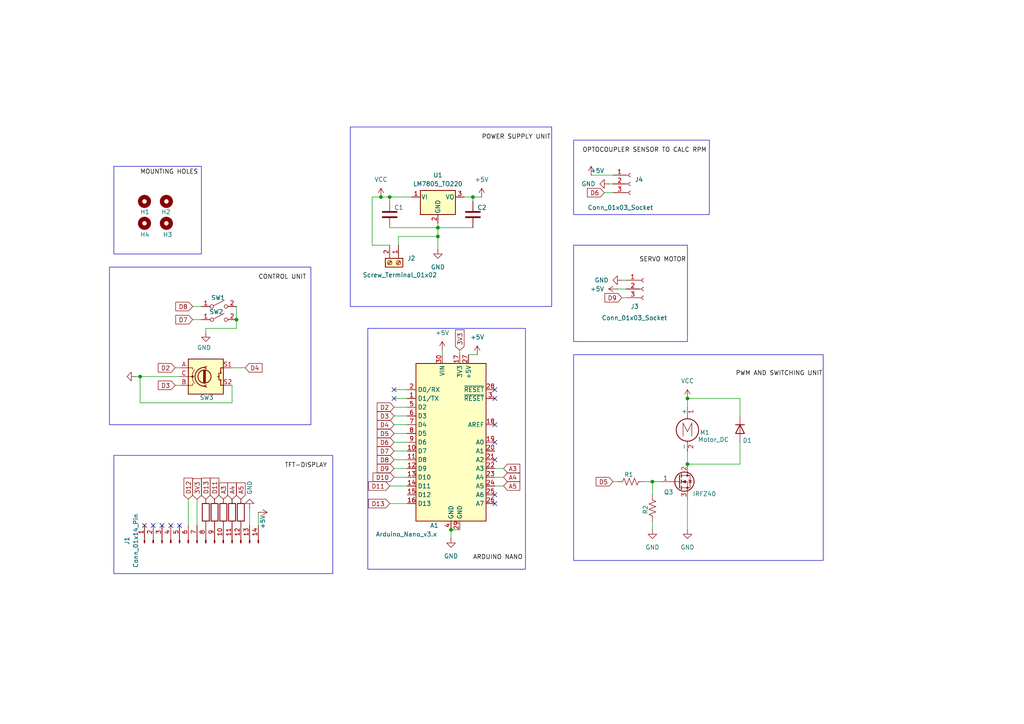
<source format=kicad_sch>
(kicad_sch (version 20231120) (generator "eeschema") (generator_version "8.0")
  (paper "A4")
  (title_block (title "COIL WINDING MACHINE") (date "2025-05-26") (company "JAYAVARDHAN SINGH"))
  (lib_symbols
    (symbol "Connector:Conn_01x03_Socket" (pin_names (offset 1.016) hide)
      (property "Reference" "J" (at 0 5.08 0))
      (property "Value" "Conn_01x03_Socket" (at 0 -5.08 0))
      (symbol "Conn_01x03_Socket_1_1"
        (arc (start 0 -2.032) (mid -0.5058 -2.54) (end 0 -3.048) (stroke (width 0.1524)))
        (polyline (pts (xy -1.27 -2.54) (xy -0.508 -2.54)) (stroke (width 0.1524)))
        (polyline (pts (xy -1.27 0) (xy -0.508 0)) (stroke (width 0.1524)))
        (polyline (pts (xy -1.27 2.54) (xy -0.508 2.54)) (stroke (width 0.1524)))
        (arc (start 0 0.508) (mid -0.5058 0) (end 0 -0.508) (stroke (width 0.1524)))
        (arc (start 0 3.048) (mid -0.5058 2.54) (end 0 2.032) (stroke (width 0.1524)))
        (pin passive line (at -5.08 2.54 0) (length 3.81) (name "Pin_1") (number "1"))
        (pin passive line (at -5.08 0 0) (length 3.81) (name "Pin_2") (number "2"))
        (pin passive line (at -5.08 -2.54 0) (length 3.81) (name "Pin_3") (number "3"))
      )
    )
    (symbol "Connector:Conn_01x14_Pin" (pin_names (offset 1.016) hide)
      (property "Reference" "J" (at 0 17.78 0))
      (property "Value" "Conn_01x14_Pin" (at 0 -20.32 0))
      (symbol "Conn_01x14_Pin_1_1"
        (polyline (pts (xy 1.27 -17.78) (xy 0.8636 -17.78)) (stroke (width 0.1524)))
        (polyline (pts (xy 1.27 -15.24) (xy 0.8636 -15.24)) (stroke (width 0.1524)))
        (polyline (pts (xy 1.27 -12.7) (xy 0.8636 -12.7)) (stroke (width 0.1524)))
        (polyline (pts (xy 1.27 -10.16) (xy 0.8636 -10.16)) (stroke (width 0.1524)))
        (polyline (pts (xy 1.27 -7.62) (xy 0.8636 -7.62)) (stroke (width 0.1524)))
        (polyline (pts (xy 1.27 -5.08) (xy 0.8636 -5.08)) (stroke (width 0.1524)))
        (polyline (pts (xy 1.27 -2.54) (xy 0.8636 -2.54)) (stroke (width 0.1524)))
        (polyline (pts (xy 1.27 0) (xy 0.8636 0)) (stroke (width 0.1524)))
        (polyline (pts (xy 1.27 2.54) (xy 0.8636 2.54)) (stroke (width 0.1524)))
        (polyline (pts (xy 1.27 5.08) (xy 0.8636 5.08)) (stroke (width 0.1524)))
        (polyline (pts (xy 1.27 7.62) (xy 0.8636 7.62)) (stroke (width 0.1524)))
        (polyline (pts (xy 1.27 10.16) (xy 0.8636 10.16)) (stroke (width 0.1524)))
        (polyline (pts (xy 1.27 12.7) (xy 0.8636 12.7)) (stroke (width 0.1524)))
        (polyline (pts (xy 1.27 15.24) (xy 0.8636 15.24)) (stroke (width 0.1524)))
        (rectangle (start 0.8636 -17.653) (end 0 -17.907) (stroke (width 0.1524)) (fill (type outline)))
        (rectangle (start 0.8636 -15.113) (end 0 -15.367) (stroke (width 0.1524)) (fill (type outline)))
        (rectangle (start 0.8636 -12.573) (end 0 -12.827) (stroke (width 0.1524)) (fill (type outline)))
        (rectangle (start 0.8636 -10.033) (end 0 -10.287) (stroke (width 0.1524)) (fill (type outline)))
        (rectangle (start 0.8636 -7.493) (end 0 -7.747) (stroke (width 0.1524)) (fill (type outline)))
        (rectangle (start 0.8636 -4.953) (end 0 -5.207) (stroke (width 0.1524)) (fill (type outline)))
        (rectangle (start 0.8636 -2.413) (end 0 -2.667) (stroke (width 0.1524)) (fill (type outline)))
        (rectangle (start 0.8636 0.127) (end 0 -0.127) (stroke (width 0.1524)) (fill (type outline)))
        (rectangle (start 0.8636 2.667) (end 0 2.413) (stroke (width 0.1524)) (fill (type outline)))
        (rectangle (start 0.8636 5.207) (end 0 4.953) (stroke (width 0.1524)) (fill (type outline)))
        (rectangle (start 0.8636 7.747) (end 0 7.493) (stroke (width 0.1524)) (fill (type outline)))
        (rectangle (start 0.8636 10.287) (end 0 10.033) (stroke (width 0.1524)) (fill (type outline)))
        (rectangle (start 0.8636 12.827) (end 0 12.573) (stroke (width 0.1524)) (fill (type outline)))
        (rectangle (start 0.8636 15.367) (end 0 15.113) (stroke (width 0.1524)) (fill (type outline)))
        (pin passive line (at 5.08 15.24 180) (length 3.81) (name "Pin_1") (number "1"))
        (pin passive line (at 5.08 -7.62 180) (length 3.81) (name "Pin_10") (number "10"))
        (pin passive line (at 5.08 -10.16 180) (length 3.81) (name "Pin_11") (number "11"))
        (pin passive line (at 5.08 -12.7 180) (length 3.81) (name "Pin_12") (number "12"))
        (pin passive line (at 5.08 -15.24 180) (length 3.81) (name "Pin_13") (number "13"))
        (pin passive line (at 5.08 -17.78 180) (length 3.81) (name "Pin_14") (number "14"))
        (pin passive line (at 5.08 12.7 180) (length 3.81) (name "Pin_2") (number "2"))
        (pin passive line (at 5.08 10.16 180) (length 3.81) (name "Pin_3") (number "3"))
        (pin passive line (at 5.08 7.62 180) (length 3.81) (name "Pin_4") (number "4"))
        (pin passive line (at 5.08 5.08 180) (length 3.81) (name "Pin_5") (number "5"))
        (pin passive line (at 5.08 2.54 180) (length 3.81) (name "Pin_6") (number "6"))
        (pin passive line (at 5.08 0 180) (length 3.81) (name "Pin_7") (number "7"))
        (pin passive line (at 5.08 -2.54 180) (length 3.81) (name "Pin_8") (number "8"))
        (pin passive line (at 5.08 -5.08 180) (length 3.81) (name "Pin_9") (number "9"))
      )
    )
    (symbol "Connector:Screw_Terminal_01x02" (pin_names (offset 1.016) hide)
      (property "Reference" "J" (at 0 2.54 0))
      (property "Value" "Screw_Terminal_01x02" (at 0 -5.08 0))
      (symbol "Screw_Terminal_01x02_1_1"
        (rectangle (start -1.27 1.27) (end 1.27 -3.81) (stroke (width 0.254)) (fill (type background)))
        (circle (center 0 -2.54) (radius 0.635) (stroke (width 0.1524)))
        (polyline (pts (xy -0.5334 -2.2098) (xy 0.3302 -3.048)) (stroke (width 0.1524)))
        (polyline (pts (xy -0.5334 0.3302) (xy 0.3302 -0.508)) (stroke (width 0.1524)))
        (polyline (pts (xy -0.3556 -2.032) (xy 0.508 -2.8702)) (stroke (width 0.1524)))
        (polyline (pts (xy -0.3556 0.508) (xy 0.508 -0.3302)) (stroke (width 0.1524)))
        (circle (center 0 0) (radius 0.635) (stroke (width 0.1524)))
        (pin passive line (at -5.08 0 0) (length 3.81) (name "Pin_1") (number "1"))
        (pin passive line (at -5.08 -2.54 0) (length 3.81) (name "Pin_2") (number "2"))
      )
    )
    (symbol "Device:C" (pin_numbers hide) (pin_names (offset 0.254))
      (property "Reference" "C" (at 0.635 2.54 0))
      (property "Value" "C" (at 0.635 -2.54 0))
      (symbol "C_0_1"
        (polyline (pts (xy -2.032 -0.762) (xy 2.032 -0.762)) (stroke (width 0.508)))
        (polyline (pts (xy -2.032 0.762) (xy 2.032 0.762)) (stroke (width 0.508)))
      )
      (symbol "C_1_1"
        (pin passive line (at 0 3.81 270) (length 2.794) (name "~") (number "1"))
        (pin passive line (at 0 -3.81 90) (length 2.794) (name "~") (number "2"))
      )
    )
    (symbol "Device:D" (pin_numbers hide) (pin_names (offset 1.016) hide)
      (property "Reference" "D" (at 0 2.54 0))
      (property "Value" "D" (at 0 -2.54 0))
      (symbol "D_0_1"
        (polyline (pts (xy -1.27 1.27) (xy -1.27 -1.27)) (stroke (width 0.254)))
        (polyline (pts (xy 1.27 0) (xy -1.27 0)))
        (polyline (pts (xy 1.27 1.27) (xy 1.27 -1.27) (xy -1.27 0) (xy 1.27 1.27)) (stroke (width 0.254)))
      )
      (symbol "D_1_1"
        (pin passive line (at -3.81 0 0) (length 2.54) (name "K") (number "1"))
        (pin passive line (at 3.81 0 180) (length 2.54) (name "A") (number "2"))
      )
    )
    (symbol "Device:R" (pin_numbers hide) (pin_names (offset 0))
      (property "Reference" "R" (at 2.032 0 90))
      (property "Value" "R" (at 0 0 90))
      (symbol "R_0_1"
        (rectangle (start -1.016 -2.54) (end 1.016 2.54) (stroke (width 0.254)))
      )
      (symbol "R_1_1"
        (pin passive line (at 0 3.81 270) (length 1.27) (name "~") (number "1"))
        (pin passive line (at 0 -3.81 90) (length 1.27) (name "~") (number "2"))
      )
    )
    (symbol "Device:R_US" (pin_numbers hide) (pin_names (offset 0))
      (property "Reference" "R" (at 2.54 0 90))
      (property "Value" "R_US" (at -2.54 0 90))
      (symbol "R_US_0_1"
        (polyline (pts (xy 0 -2.286) (xy 0 -2.54)))
        (polyline (pts (xy 0 2.286) (xy 0 2.54)))
        (polyline (pts (xy 0 -0.762) (xy 1.016 -1.143) (xy 0 -1.524) (xy -1.016 -1.905) (xy 0 -2.286)))
        (polyline (pts (xy 0 0.762) (xy 1.016 0.381) (xy 0 0) (xy -1.016 -0.381) (xy 0 -0.762)))
        (polyline (pts (xy 0 2.286) (xy 1.016 1.905) (xy 0 1.524) (xy -1.016 1.143) (xy 0 0.762)))
      )
      (symbol "R_US_1_1"
        (pin passive line (at 0 3.81 270) (length 1.27) (name "~") (number "1"))
        (pin passive line (at 0 -3.81 90) (length 1.27) (name "~") (number "2"))
      )
    )
    (symbol "Device:RotaryEncoder_Switch" (pin_names (offset 0.254) hide)
      (property "Reference" "SW" (at 0 6.604 0))
      (property "Value" "RotaryEncoder_Switch" (at 0 -6.604 0))
      (symbol "RotaryEncoder_Switch_0_1"
        (rectangle (start -5.08 5.08) (end 5.08 -5.08) (stroke (width 0.254)) (fill (type background)))
        (circle (center -3.81 0) (radius 0.254) (fill (type outline)))
        (circle (center -0.381 0) (radius 1.905) (stroke (width 0.254)))
        (arc (start -0.381 2.667) (mid -3.0988 -0.0635) (end -0.381 -2.794) (stroke (width 0.254)))
        (polyline (pts (xy -0.635 -1.778) (xy -0.635 1.778)) (stroke (width 0.254)))
        (polyline (pts (xy -0.381 -1.778) (xy -0.381 1.778)) (stroke (width 0.254)))
        (polyline (pts (xy -0.127 1.778) (xy -0.127 -1.778)) (stroke (width 0.254)))
        (polyline (pts (xy 3.81 0) (xy 3.429 0)) (stroke (width 0.254)))
        (polyline (pts (xy 3.81 1.016) (xy 3.81 -1.016)) (stroke (width 0.254)))
        (polyline (pts (xy -5.08 -2.54) (xy -3.81 -2.54) (xy -3.81 -2.032)))
        (polyline (pts (xy -5.08 2.54) (xy -3.81 2.54) (xy -3.81 2.032)))
        (polyline (pts (xy 0.254 -3.048) (xy -0.508 -2.794) (xy 0.127 -2.413)) (stroke (width 0.254)))
        (polyline (pts (xy 0.254 2.921) (xy -0.508 2.667) (xy 0.127 2.286)) (stroke (width 0.254)))
        (polyline (pts (xy 5.08 -2.54) (xy 4.318 -2.54) (xy 4.318 -1.016)) (stroke (width 0.254)))
        (polyline (pts (xy 5.08 2.54) (xy 4.318 2.54) (xy 4.318 1.016)) (stroke (width 0.254)))
        (polyline (pts (xy -5.08 0) (xy -3.81 0) (xy -3.81 -1.016) (xy -3.302 -2.032)))
        (polyline (pts (xy -4.318 0) (xy -3.81 0) (xy -3.81 1.016) (xy -3.302 2.032)))
        (circle (center 4.318 -1.016) (radius 0.127) (stroke (width 0.254)))
        (circle (center 4.318 1.016) (radius 0.127) (stroke (width 0.254)))
      )
      (symbol "RotaryEncoder_Switch_1_1"
        (pin passive line (at -7.62 2.54 0) (length 2.54) (name "A") (number "A"))
        (pin passive line (at -7.62 -2.54 0) (length 2.54) (name "B") (number "B"))
        (pin passive line (at -7.62 0 0) (length 2.54) (name "C") (number "C"))
        (pin passive line (at 7.62 2.54 180) (length 2.54) (name "S1") (number "S1"))
        (pin passive line (at 7.62 -2.54 180) (length 2.54) (name "S2") (number "S2"))
      )
    )
    (symbol "MCU_Module:Arduino_Nano_v3.x"
      (property "Reference" "A" (at -10.16 23.495 0))
      (property "Value" "Arduino_Nano_v3.x" (at 5.08 -24.13 0))
      (symbol "Arduino_Nano_v3.x_0_1"
        (rectangle (start -10.16 22.86) (end 10.16 -22.86) (stroke (width 0.254)) (fill (type background)))
      )
      (symbol "Arduino_Nano_v3.x_1_1"
        (pin bidirectional line (at -12.7 12.7 0) (length 2.54) (name "D1/TX") (number "1"))
        (pin bidirectional line (at -12.7 -2.54 0) (length 2.54) (name "D7") (number "10"))
        (pin bidirectional line (at -12.7 -5.08 0) (length 2.54) (name "D8") (number "11"))
        (pin bidirectional line (at -12.7 -7.62 0) (length 2.54) (name "D9") (number "12"))
        (pin bidirectional line (at -12.7 -10.16 0) (length 2.54) (name "D10") (number "13"))
        (pin bidirectional line (at -12.7 -12.7 0) (length 2.54) (name "D11") (number "14"))
        (pin bidirectional line (at -12.7 -15.24 0) (length 2.54) (name "D12") (number "15"))
        (pin bidirectional line (at -12.7 -17.78 0) (length 2.54) (name "D13") (number "16"))
        (pin power_out line (at 2.54 25.4 270) (length 2.54) (name "3V3") (number "17"))
        (pin input line (at 12.7 5.08 180) (length 2.54) (name "AREF") (number "18"))
        (pin bidirectional line (at 12.7 0 180) (length 2.54) (name "A0") (number "19"))
        (pin bidirectional line (at -12.7 15.24 0) (length 2.54) (name "D0/RX") (number "2"))
        (pin bidirectional line (at 12.7 -2.54 180) (length 2.54) (name "A1") (number "20"))
        (pin bidirectional line (at 12.7 -5.08 180) (length 2.54) (name "A2") (number "21"))
        (pin bidirectional line (at 12.7 -7.62 180) (length 2.54) (name "A3") (number "22"))
        (pin bidirectional line (at 12.7 -10.16 180) (length 2.54) (name "A4") (number "23"))
        (pin bidirectional line (at 12.7 -12.7 180) (length 2.54) (name "A5") (number "24"))
        (pin bidirectional line (at 12.7 -15.24 180) (length 2.54) (name "A6") (number "25"))
        (pin bidirectional line (at 12.7 -17.78 180) (length 2.54) (name "A7") (number "26"))
        (pin power_out line (at 5.08 25.4 270) (length 2.54) (name "+5V") (number "27"))
        (pin input line (at 12.7 15.24 180) (length 2.54) (name "~{RESET}") (number "28"))
        (pin power_in line (at 2.54 -25.4 90) (length 2.54) (name "GND") (number "29"))
        (pin input line (at 12.7 12.7 180) (length 2.54) (name "~{RESET}") (number "3"))
        (pin power_in line (at -2.54 25.4 270) (length 2.54) (name "VIN") (number "30"))
        (pin power_in line (at 0 -25.4 90) (length 2.54) (name "GND") (number "4"))
        (pin bidirectional line (at -12.7 10.16 0) (length 2.54) (name "D2") (number "5"))
        (pin bidirectional line (at -12.7 7.62 0) (length 2.54) (name "D3") (number "6"))
        (pin bidirectional line (at -12.7 5.08 0) (length 2.54) (name "D4") (number "7"))
        (pin bidirectional line (at -12.7 2.54 0) (length 2.54) (name "D5") (number "8"))
        (pin bidirectional line (at -12.7 0 0) (length 2.54) (name "D6") (number "9"))
      )
    )
    (symbol "Mechanical:MountingHole" (pin_names (offset 1.016)) (exclude_from_sim yes) (in_bom no)
      (property "Reference" "H" (at 0 5.08 0))
      (property "Value" "MountingHole" (at 0 3.175 0))
      (symbol "MountingHole_0_1"
        (circle (center 0 0) (radius 1.27) (stroke (width 1.27)))
      )
    )
    (symbol "Motor:Motor_DC" (pin_names (offset 0))
      (property "Reference" "M" (at 2.54 2.54 0))
      (property "Value" "Motor_DC" (at 2.54 -5.08 0))
      (symbol "Motor_DC_0_0"
        (polyline (pts (xy -1.27 -3.302) (xy -1.27 0.508) (xy 0 -2.032) (xy 1.27 0.508) (xy 1.27 -3.302)))
      )
      (symbol "Motor_DC_0_1"
        (circle (center 0 -1.524) (radius 3.2512) (stroke (width 0.254)))
        (polyline (pts (xy 0 -7.62) (xy 0 -7.112)))
        (polyline (pts (xy 0 -4.7752) (xy 0 -5.1816)))
        (polyline (pts (xy 0 1.7272) (xy 0 2.0828)))
        (polyline (pts (xy 0 2.032) (xy 0 2.54)))
      )
      (symbol "Motor_DC_1_1"
        (pin passive line (at 0 5.08 270) (length 2.54) (name "+") (number "1"))
        (pin passive line (at 0 -7.62 90) (length 2.54) (name "-") (number "2"))
      )
    )
    (symbol "Regulator_Linear:LM7805_TO220" (pin_names (offset 0.254))
      (property "Reference" "U" (at -3.81 3.175 0))
      (property "Value" "LM7805_TO220" (at 0 3.175 0))
      (symbol "LM7805_TO220_0_1"
        (rectangle (start -5.08 1.905) (end 5.08 -5.08) (stroke (width 0.254)) (fill (type background)))
      )
      (symbol "LM7805_TO220_1_1"
        (pin power_in line (at -7.62 0 0) (length 2.54) (name "VI") (number "1"))
        (pin power_in line (at 0 -7.62 90) (length 2.54) (name "GND") (number "2"))
        (pin power_out line (at 7.62 0 180) (length 2.54) (name "VO") (number "3"))
      )
    )
    (symbol "Switch:SW_SPST" (pin_names (offset 0) hide)
      (property "Reference" "SW" (at 0 3.175 0))
      (property "Value" "SW_SPST" (at 0 -2.54 0))
      (symbol "SW_SPST_0_0"
        (circle (center -2.032 0) (radius 0.508))
        (polyline (pts (xy -1.524 0.254) (xy 1.524 1.778)))
        (circle (center 2.032 0) (radius 0.508))
      )
      (symbol "SW_SPST_1_1"
        (pin passive line (at -5.08 0 0) (length 2.54) (name "A") (number "1"))
        (pin passive line (at 5.08 0 180) (length 2.54) (name "B") (number "2"))
      )
    )
    (symbol "Transistor_FET:IRLIZ44N" (pin_names hide)
      (property "Reference" "Q" (at 5.08 1.905 0))
      (property "Value" "IRLIZ44N" (at 5.08 0 0))
      (symbol "IRLIZ44N_0_1"
        (polyline (pts (xy 0.254 0) (xy -2.54 0)))
        (polyline (pts (xy 0.254 1.905) (xy 0.254 -1.905)) (stroke (width 0.254)))
        (polyline (pts (xy 0.762 -1.27) (xy 0.762 -2.286)) (stroke (width 0.254)))
        (polyline (pts (xy 0.762 0.508) (xy 0.762 -0.508)) (stroke (width 0.254)))
        (polyline (pts (xy 0.762 2.286) (xy 0.762 1.27)) (stroke (width 0.254)))
        (polyline (pts (xy 2.54 2.54) (xy 2.54 1.778)))
        (polyline (pts (xy 2.54 -2.54) (xy 2.54 0) (xy 0.762 0)))
        (polyline (pts (xy 0.762 -1.778) (xy 3.302 -1.778) (xy 3.302 1.778) (xy 0.762 1.778)))
        (polyline (pts (xy 1.016 0) (xy 2.032 0.381) (xy 2.032 -0.381) (xy 1.016 0)) (fill (type outline)))
        (polyline (pts (xy 2.794 0.508) (xy 2.921 0.381) (xy 3.683 0.381) (xy 3.81 0.254)))
        (polyline (pts (xy 3.302 0.381) (xy 2.921 -0.254) (xy 3.683 -0.254) (xy 3.302 0.381)))
        (circle (center 1.651 0) (radius 2.794) (stroke (width 0.254)))
        (circle (center 2.54 -1.778) (radius 0.254) (fill (type outline)))
        (circle (center 2.54 1.778) (radius 0.254) (fill (type outline)))
      )
      (symbol "IRLIZ44N_1_1"
        (pin input line (at -5.08 0 0) (length 2.54) (name "G") (number "1"))
        (pin passive line (at 2.54 5.08 270) (length 2.54) (name "D") (number "2"))
        (pin passive line (at 2.54 -5.08 90) (length 2.54) (name "S") (number "3"))
      )
    )
    (symbol "power:+5V" (power) (pin_numbers hide) (pin_names (offset 0) hide)
      (property "Value" "+5V" (at 0 3.556 0))
      (symbol "+5V_0_1"
        (polyline (pts (xy -0.762 1.27) (xy 0 2.54)))
        (polyline (pts (xy 0 0) (xy 0 2.54)))
        (polyline (pts (xy 0 2.54) (xy 0.762 1.27)))
      )
      (symbol "+5V_1_1"
        (pin power_in line (at 0 0 90) (length 0) (name "~") (number "1"))
      )
    )
    (symbol "power:GND" (power) (pin_numbers hide) (pin_names (offset 0) hide)
      (property "Value" "GND" (at 0 -3.81 0))
      (symbol "GND_0_1"
        (polyline (pts (xy 0 0) (xy 0 -1.27) (xy 1.27 -1.27) (xy 0 -2.54) (xy -1.27 -1.27) (xy 0 -1.27)))
      )
      (symbol "GND_1_1"
        (pin power_in line (at 0 0 270) (length 0) (name "~") (number "1"))
      )
    )
    (symbol "power:VCC" (power) (pin_numbers hide) (pin_names (offset 0) hide)
      (property "Value" "VCC" (at 0 3.556 0))
      (symbol "VCC_0_1"
        (polyline (pts (xy -0.762 1.27) (xy 0 2.54)))
        (polyline (pts (xy 0 0) (xy 0 2.54)))
        (polyline (pts (xy 0 2.54) (xy 0.762 1.27)))
      )
      (symbol "VCC_1_1"
        (pin power_in line (at 0 0 90) (length 0) (name "~") (number "1"))
      )
    )
  )
  (junction (at 137.16 57.15))
  (junction (at 199.39 115.57))
  (junction (at 130.81 153.67))
  (junction (at 68.58 92.71))
  (junction (at 40.64 109.22))
  (junction (at 113.03 57.15))
  (junction (at 110.49 57.15))
  (junction (at 127 68.58))
  (junction (at 127 66.04))
  (junction (at 199.39 134.62))
  (junction (at 189.23 139.7))
  (no_connect (at 143.51 128.27))
  (no_connect (at 49.53 152.4))
  (no_connect (at 143.51 143.51))
  (no_connect (at 143.51 133.35))
  (no_connect (at 41.91 152.4))
  (no_connect (at 143.51 115.57))
  (no_connect (at 114.3 113.03))
  (no_connect (at 44.45 152.4))
  (no_connect (at 143.51 146.05))
  (no_connect (at 46.99 152.4))
  (no_connect (at 143.51 113.03))
  (no_connect (at 114.3 115.57))
  (no_connect (at 52.07 152.4))
  (no_connect (at 143.51 123.19))
  (wire (pts (xy 143.51 138.43) (xy 146.05 138.43)))
  (wire (pts (xy 186.69 139.7) (xy 189.23 139.7)))
  (wire (pts (xy 189.23 143.51) (xy 189.23 139.7)))
  (wire (pts (xy 175.26 55.88) (xy 177.8 55.88)))
  (wire (pts (xy 50.8 106.68) (xy 52.07 106.68)))
  (wire (pts (xy 114.3 123.19) (xy 118.11 123.19)))
  (wire (pts (xy 115.57 68.58) (xy 115.57 71.12)))
  (wire (pts (xy 127 66.04) (xy 137.16 66.04)))
  (wire (pts (xy 199.39 144.78) (xy 199.39 153.67)))
  (wire (pts (xy 57.15 144.78) (xy 57.15 152.4)))
  (wire (pts (xy 180.34 86.36) (xy 181.61 86.36)))
  (wire (pts (xy 114.3 118.11) (xy 118.11 118.11)))
  (wire (pts (xy 114.3 135.89) (xy 118.11 135.89)))
  (wire (pts (xy 137.16 57.15) (xy 137.16 58.42)))
  (wire (pts (xy 68.58 92.71) (xy 68.58 95.25)))
  (wire (pts (xy 68.58 88.9) (xy 68.58 92.71)))
  (wire (pts (xy 127 64.77) (xy 127 66.04)))
  (wire (pts (xy 199.39 115.57) (xy 199.39 118.11)))
  (wire (pts (xy 113.03 66.04) (xy 127 66.04)))
  (wire (pts (xy 189.23 139.7) (xy 191.77 139.7)))
  (wire (pts (xy 143.51 135.89) (xy 146.05 135.89)))
  (wire (pts (xy 130.81 153.67) (xy 133.35 153.67)))
  (wire (pts (xy 143.51 140.97) (xy 146.05 140.97)))
  (wire (pts (xy 113.03 57.15) (xy 113.03 58.42)))
  (wire (pts (xy 115.57 68.58) (xy 127 68.58)))
  (wire (pts (xy 180.34 81.28) (xy 181.61 81.28)))
  (wire (pts (xy 55.88 92.71) (xy 58.42 92.71)))
  (wire (pts (xy 114.3 128.27) (xy 118.11 128.27)))
  (wire (pts (xy 39.37 109.22) (xy 40.64 109.22)))
  (wire (pts (xy 189.23 151.13) (xy 189.23 153.67)))
  (wire (pts (xy 171.45 50.8) (xy 177.8 50.8)))
  (wire (pts (xy 114.3 125.73) (xy 118.11 125.73)))
  (wire (pts (xy 72.39 152.4) (xy 72.39 147.32)))
  (wire (pts (xy 199.39 115.57) (xy 214.63 115.57)))
  (wire (pts (xy 130.81 153.67) (xy 130.81 156.21)))
  (wire (pts (xy 113.03 57.15) (xy 119.38 57.15)))
  (wire (pts (xy 135.89 102.87) (xy 138.43 102.87)))
  (wire (pts (xy 199.39 130.81) (xy 199.39 134.62)))
  (wire (pts (xy 199.39 134.62) (xy 214.63 134.62)))
  (wire (pts (xy 127 66.04) (xy 127 68.58)))
  (wire (pts (xy 59.69 95.25) (xy 59.69 96.52)))
  (wire (pts (xy 40.64 116.84) (xy 67.31 116.84)))
  (wire (pts (xy 177.8 139.7) (xy 179.07 139.7)))
  (wire (pts (xy 107.95 71.12) (xy 113.03 71.12)))
  (wire (pts (xy 114.3 120.65) (xy 118.11 120.65)))
  (wire (pts (xy 179.07 83.82) (xy 181.61 83.82)))
  (wire (pts (xy 40.64 109.22) (xy 40.64 116.84)))
  (wire (pts (xy 176.53 53.34) (xy 177.8 53.34)))
  (wire (pts (xy 134.62 57.15) (xy 137.16 57.15)))
  (wire (pts (xy 113.03 140.97) (xy 118.11 140.97)))
  (wire (pts (xy 214.63 134.62) (xy 214.63 128.27)))
  (wire (pts (xy 74.93 152.4) (xy 74.93 148.59)))
  (wire (pts (xy 54.61 144.78) (xy 54.61 152.4)))
  (wire (pts (xy 133.35 101.6) (xy 133.35 102.87)))
  (wire (pts (xy 114.3 113.03) (xy 118.11 113.03)))
  (wire (pts (xy 137.16 57.15) (xy 139.7 57.15)))
  (wire (pts (xy 71.12 106.68) (xy 67.31 106.68)))
  (wire (pts (xy 40.64 109.22) (xy 52.07 109.22)))
  (wire (pts (xy 107.95 57.15) (xy 110.49 57.15)))
  (wire (pts (xy 128.27 101.6) (xy 128.27 102.87)))
  (wire (pts (xy 127 68.58) (xy 127 72.39)))
  (wire (pts (xy 110.49 57.15) (xy 113.03 57.15)))
  (wire (pts (xy 114.3 138.43) (xy 118.11 138.43)))
  (wire (pts (xy 55.88 88.9) (xy 58.42 88.9)))
  (wire (pts (xy 50.8 111.76) (xy 52.07 111.76)))
  (wire (pts (xy 68.58 95.25) (xy 59.69 95.25)))
  (wire (pts (xy 113.03 146.05) (xy 118.11 146.05)))
  (wire (pts (xy 114.3 115.57) (xy 118.11 115.57)))
  (wire (pts (xy 214.63 115.57) (xy 214.63 120.65)))
  (wire (pts (xy 114.3 130.81) (xy 118.11 130.81)))
  (wire (pts (xy 67.31 116.84) (xy 67.31 111.76)))
  (wire (pts (xy 107.95 57.15) (xy 107.95 71.12)))
  (wire (pts (xy 114.3 133.35) (xy 118.11 133.35)))
  (rectangle (start 106.68 135.89) (end 106.68 135.89))
  (rectangle (start 31.75 77.47) (end 90.17 123.19))
  (rectangle (start 33.02 48.26) (end 58.42 73.66))
  (rectangle (start 166.37 40.64) (end 205.74 62.23))
  (rectangle (start 166.37 71.12) (end 199.39 99.06))
  (rectangle (start 101.6 36.83) (end 160.02 88.9))
  (rectangle (start 166.37 102.87) (end 238.76 162.56))
  (rectangle (start 33.02 132.08) (end 96.52 166.37))
  (rectangle (start 106.68 95.25) (end 152.4 165.1))
  (label "OPTOCOUPLER SENSOR TO CALC RPM" (at 168.91 44.45 0))
  (label "MOUNTING HOLES" (at 40.64 50.8 0))
  (label "PWM AND SWITCHING UNIT" (at 213.36 109.22 0))
  (label "POWER SUPPLY UNIT" (at 139.7 40.64 0))
  (label "SERVO MOTOR" (at 185.42 76.2 0))
  (label "TFT-DISPLAY" (at 82.55 135.89 0))
  (label "CONTROL UNIT" (at 74.93 81.28 0))
  (label "ARDUINO NANO" (at 137.16 162.56 0))
  (global_label "A3" (shape input) (at 64.77 144.78 90) (property "Intersheetrefs" "${INTERSHEET_REFS}" (effects (hide yes))))
  (global_label "D4" (shape input) (at 114.3 123.19 180) (property "Intersheetrefs" "${INTERSHEET_REFS}" (effects (hide yes))))
  (global_label "D13" (shape input) (at 59.69 144.78 90) (property "Intersheetrefs" "${INTERSHEET_REFS}" (effects (hide yes))))
  (global_label "D11" (shape input) (at 62.23 144.78 90) (property "Intersheetrefs" "${INTERSHEET_REFS}" (effects (hide yes))))
  (global_label "D7" (shape input) (at 114.3 130.81 180) (property "Intersheetrefs" "${INTERSHEET_REFS}" (effects (hide yes))))
  (global_label "D11" (shape input) (at 113.03 140.97 180) (property "Intersheetrefs" "${INTERSHEET_REFS}" (effects (hide yes))))
  (global_label "A3" (shape input) (at 146.05 135.89 0) (property "Intersheetrefs" "${INTERSHEET_REFS}" (effects (hide yes))))
  (global_label "D2" (shape input) (at 114.3 118.11 180) (property "Intersheetrefs" "${INTERSHEET_REFS}" (effects (hide yes))))
  (global_label "D9" (shape input) (at 180.34 86.36 180) (property "Intersheetrefs" "${INTERSHEET_REFS}" (effects (hide yes))))
  (global_label "D4" (shape input) (at 71.12 106.68 0) (property "Intersheetrefs" "${INTERSHEET_REFS}" (effects (hide yes))))
  (global_label "A4" (shape input) (at 146.05 138.43 0) (property "Intersheetrefs" "${INTERSHEET_REFS}" (effects (hide yes))))
  (global_label "D2" (shape input) (at 50.8 106.68 180) (property "Intersheetrefs" "${INTERSHEET_REFS}" (effects (hide yes))))
  (global_label "D8" (shape input) (at 114.3 133.35 180) (property "Intersheetrefs" "${INTERSHEET_REFS}" (effects (hide yes))))
  (global_label "A5" (shape input) (at 69.85 144.78 90) (property "Intersheetrefs" "${INTERSHEET_REFS}" (effects (hide yes))))
  (global_label "A5" (shape input) (at 146.05 140.97 0) (property "Intersheetrefs" "${INTERSHEET_REFS}" (effects (hide yes))))
  (global_label "A4" (shape input) (at 67.31 144.78 90) (property "Intersheetrefs" "${INTERSHEET_REFS}" (effects (hide yes))))
  (global_label "D13" (shape input) (at 113.03 146.05 180) (property "Intersheetrefs" "${INTERSHEET_REFS}" (effects (hide yes))))
  (global_label "D6" (shape input) (at 175.26 55.88 180) (property "Intersheetrefs" "${INTERSHEET_REFS}" (effects (hide yes))))
  (global_label "D10" (shape input) (at 114.3 138.43 180) (property "Intersheetrefs" "${INTERSHEET_REFS}" (effects (hide yes))))
  (global_label "3V3" (shape input) (at 133.35 101.6 90) (property "Intersheetrefs" "${INTERSHEET_REFS}" (effects (hide yes))))
  (global_label "D7" (shape input) (at 55.88 92.71 180) (property "Intersheetrefs" "${INTERSHEET_REFS}" (effects (hide yes))))
  (global_label "D3" (shape input) (at 114.3 120.65 180) (property "Intersheetrefs" "${INTERSHEET_REFS}" (effects (hide yes))))
  (global_label "D9" (shape input) (at 114.3 135.89 180) (property "Intersheetrefs" "${INTERSHEET_REFS}" (effects (hide yes))))
  (global_label "D3" (shape input) (at 50.8 111.76 180) (property "Intersheetrefs" "${INTERSHEET_REFS}" (effects (hide yes))))
  (global_label "D5" (shape input) (at 114.3 125.73 180) (property "Intersheetrefs" "${INTERSHEET_REFS}" (effects (hide yes))))
  (global_label "3V3" (shape input) (at 57.15 144.78 90) (property "Intersheetrefs" "${INTERSHEET_REFS}" (effects (hide yes))))
  (global_label "D8" (shape input) (at 55.88 88.9 180) (property "Intersheetrefs" "${INTERSHEET_REFS}" (effects (hide yes))))
  (global_label "D12" (shape input) (at 54.61 144.78 90) (property "Intersheetrefs" "${INTERSHEET_REFS}" (effects (hide yes))))
  (global_label "D5" (shape input) (at 177.8 139.7 180) (property "Intersheetrefs" "${INTERSHEET_REFS}" (effects (hide yes))))
  (global_label "D6" (shape input) (at 114.3 128.27 180) (property "Intersheetrefs" "${INTERSHEET_REFS}" (effects (hide yes))))
  (symbol (lib_id "Device:R") (at 69.85 148.59 0) (unit 1)
    (property "Reference" "R9" (effects (hide yes)))
    (property "Value" "R" (effects (hide yes)))
    (property "Footprint" "Resistor_THT:R_Axial_DIN0207_L6.3mm_D2.5mm_P7.62mm_Horizontal" (effects (hide yes)))
    (property "Description" "Resistor" (effects (hide yes)))
  )
  (symbol (lib_id "Device:C") (at 113.03 62.23 0) (unit 1)
    (property "Reference" "C1" (at 114.3 60.198 0) (effects (justify left)))
    (property "Value" "C" (effects (hide yes)))
    (property "Footprint" "Capacitor_THT:CP_Radial_D5.0mm_P2.00mm" (effects (hide yes)))
    (property "Description" "Unpolarized capacitor" (effects (hide yes)))
  )
  (symbol (lib_id "Transistor_FET:IRLIZ44N") (at 196.85 139.7 0) (unit 1)
    (property "Reference" "Q3" (at 192.532 142.748 0) (effects (justify left)))
    (property "Value" "IRFZ40" (at 200.914 143.256 0) (effects (justify left)))
    (property "Footprint" "Package_TO_SOT_THT:TO-220F-3_Vertical" (effects (hide yes)))
    (property "Datasheet" "http://www.irf.com/product-info/datasheets/data/irliz44n.pdf" (effects (hide yes)))
    (property "Description" "30A Id, 55V Vds, 22mOhm Rds, N-Channel HEXFET Power MOSFET, TO-220AB" (effects (hide yes)))
  )
  (symbol (lib_id "Device:R") (at 59.69 148.59 0) (unit 1)
    (property "Reference" "R13" (effects (hide yes)))
    (property "Value" "R" (effects (hide yes)))
    (property "Footprint" "Resistor_THT:R_Axial_DIN0207_L6.3mm_D2.5mm_P7.62mm_Horizontal" (effects (hide yes)))
    (property "Description" "Resistor" (effects (hide yes)))
  )
  (symbol (lib_id "Device:R") (at 67.31 148.59 0) (unit 1)
    (property "Reference" "R10" (effects (hide yes)))
    (property "Value" "R" (effects (hide yes)))
    (property "Footprint" "Resistor_THT:R_Axial_DIN0207_L6.3mm_D2.5mm_P7.62mm_Horizontal" (effects (hide yes)))
    (property "Description" "Resistor" (effects (hide yes)))
  )
  (symbol (lib_id "Connector:Screw_Terminal_01x02") (at 115.57 76.2 270) (unit 1)
    (property "Reference" "J2" (at 118.11 74.9299 90) (effects (justify left)))
    (property "Value" "Screw_Terminal_01x02" (at 105.156 79.756 90) (effects (justify left)))
    (property "Footprint" "Connector_BarrelJack:BarrelJack_Horizontal" (effects (hide yes)))
    (property "Description" "Generic screw terminal, single row, 01x02, script generated (kicad-library-utils/schlib/autogen/connector/)" (effects (hide yes)))
  )
  (symbol (lib_id "power:GND") (at 72.39 147.32 180) (unit 1)
    (property "Reference" "#PWR015" (effects (hide yes)))
    (property "Value" "GND" (at 72.3899 143.51 90) (effects (justify right)))
    (property "Description" "Power symbol creates a global label with name \"GND\" , ground" (effects (hide yes)))
  )
  (symbol (lib_id "power:+5V") (at 171.45 50.8 0) (unit 1)
    (property "Reference" "#PWR012" (effects (hide yes)))
    (property "Value" "+5V" (at 173.228 49.53 0))
    (property "Description" "Power symbol creates a global label with name \"+5V\"" (effects (hide yes)))
  )
  (symbol (lib_id "Motor:Motor_DC") (at 199.39 123.19 0) (unit 1)
    (property "Reference" "M1" (at 202.946 125.476 0) (effects (justify left)))
    (property "Value" "Motor_DC" (at 202.438 127.508 0) (effects (justify left)))
    (property "Footprint" "Connector_PinHeader_2.54mm:PinHeader_1x02_P2.54mm_Vertical" (effects (hide yes)))
    (property "Description" "DC Motor" (effects (hide yes)))
  )
  (symbol (lib_id "Connector:Conn_01x14_Pin") (at 57.15 157.48 90) (unit 1)
    (property "Reference" "J1" (at 36.83 156.845 0))
    (property "Value" "Conn_01x14_Pin" (at 39.37 156.845 0))
    (property "Footprint" "Connector_PinSocket_2.54mm:PinSocket_1x14_P2.54mm_Vertical" (effects (hide yes)))
    (property "Description" "Generic connector, single row, 01x14, script generated" (effects (hide yes)))
  )
  (symbol (lib_id "Connector:Conn_01x03_Socket") (at 186.69 83.82 0) (unit 1)
    (property "Reference" "J3" (at 182.88 88.9 0) (effects (justify left)))
    (property "Value" "Conn_01x03_Socket" (at 174.498 92.202 0) (effects (justify left)))
    (property "Footprint" "Connector_PinSocket_2.54mm:PinSocket_1x03_P2.54mm_Vertical" (effects (hide yes)))
    (property "Description" "Generic connector, single row, 01x03, script generated" (effects (hide yes)))
  )
  (symbol (lib_id "power:GND") (at 180.34 81.28 270) (unit 1)
    (property "Reference" "#PWR09" (effects (hide yes)))
    (property "Value" "GND" (at 176.53 81.2799 90) (effects (justify right)))
    (property "Description" "Power symbol creates a global label with name \"GND\" , ground" (effects (hide yes)))
  )
  (symbol (lib_id "power:GND") (at 39.37 109.22 270) (unit 1)
    (property "Reference" "#PWR018" (effects (hide yes)))
    (property "Value" "GND" (effects (hide yes)))
    (property "Description" "Power symbol creates a global label with name \"GND\" , ground" (effects (hide yes)))
  )
  (symbol (lib_id "power:VCC") (at 199.39 115.57 0) (unit 1)
    (property "Reference" "#PWR02" (effects (hide yes)))
    (property "Value" "VCC" (at 199.39 110.49 0))
    (property "Description" "Power symbol creates a global label with name \"VCC\"" (effects (hide yes)))
  )
  (symbol (lib_id "power:GND") (at 130.81 156.21 0) (unit 1)
    (property "Reference" "#PWR07" (effects (hide yes)))
    (property "Value" "GND" (at 130.81 161.29 0))
    (property "Description" "Power symbol creates a global label with name \"GND\" , ground" (effects (hide yes)))
  )
  (symbol (lib_id "Connector:Conn_01x03_Socket") (at 182.88 53.34 0) (unit 1)
    (property "Reference" "J4" (at 184.15 52.0699 0) (effects (justify left)))
    (property "Value" "Conn_01x03_Socket" (at 170.434 60.198 0) (effects (justify left)))
    (property "Footprint" "Connector_PinHeader_2.54mm:PinHeader_1x03_P2.54mm_Vertical" (effects (hide yes)))
    (property "Description" "Generic connector, single row, 01x03, script generated" (effects (hide yes)))
  )
  (symbol (lib_id "Regulator_Linear:LM7805_TO220") (at 127 57.15 0) (unit 1)
    (property "Reference" "U1" (at 127 50.8 0))
    (property "Value" "LM7805_TO220" (at 127 53.34 0))
    (property "Footprint" "Package_TO_SOT_THT:TO-220-3_Vertical" (effects (hide yes)))
    (property "Datasheet" "https://www.onsemi.cn/PowerSolutions/document/MC7800-D.PDF" (effects (hide yes)))
    (property "Description" "Positive 1A 35V Linear Regulator, Fixed Output 5V, TO-220" (effects (hide yes)))
  )
  (symbol (lib_id "Mechanical:MountingHole") (at 48.26 64.77 0) (unit 1) (exclude_from_sim yes) (in_bom no)
    (property "Reference" "H3" (at 47.244 68.072 0) (effects (justify left)))
    (property "Value" "MountingHole" (effects (hide yes)))
    (property "Footprint" "MountingHole:MountingHole_4mm" (effects (hide yes)))
    (property "Description" "Mounting Hole without connection" (effects (hide yes)))
  )
  (symbol (lib_id "Mechanical:MountingHole") (at 41.91 64.77 0) (unit 1) (exclude_from_sim yes) (in_bom no)
    (property "Reference" "H4" (at 40.64 68.072 0) (effects (justify left)))
    (property "Value" "MountingHole" (effects (hide yes)))
    (property "Footprint" "MountingHole:MountingHole_4mm" (effects (hide yes)))
    (property "Description" "Mounting Hole without connection" (effects (hide yes)))
  )
  (symbol (lib_id "power:GND") (at 176.53 53.34 270) (unit 1)
    (property "Reference" "#PWR013" (effects (hide yes)))
    (property "Value" "GND" (at 172.72 53.3399 90) (effects (justify right)))
    (property "Description" "Power symbol creates a global label with name \"GND\" , ground" (effects (hide yes)))
  )
  (symbol (lib_id "power:GND") (at 199.39 153.67 0) (unit 1)
    (property "Reference" "#PWR08" (effects (hide yes)))
    (property "Value" "GND" (at 199.39 158.75 0))
    (property "Description" "Power symbol creates a global label with name \"GND\" , ground" (effects (hide yes)))
  )
  (symbol (lib_id "Device:R") (at 62.23 148.59 0) (unit 1)
    (property "Reference" "R12" (effects (hide yes)))
    (property "Value" "R" (effects (hide yes)))
    (property "Footprint" "Resistor_THT:R_Axial_DIN0207_L6.3mm_D2.5mm_P7.62mm_Horizontal" (effects (hide yes)))
    (property "Description" "Resistor" (effects (hide yes)))
  )
  (symbol (lib_id "Mechanical:MountingHole") (at 48.26 58.42 0) (unit 1) (exclude_from_sim yes) (in_bom no)
    (property "Reference" "H2" (at 46.736 61.468 0) (effects (justify left)))
    (property "Value" "MountingHole" (effects (hide yes)))
    (property "Footprint" "MountingHole:MountingHole_4mm" (effects (hide yes)))
    (property "Description" "Mounting Hole without connection" (effects (hide yes)))
  )
  (symbol (lib_id "Mechanical:MountingHole") (at 41.91 58.42 0) (unit 1) (exclude_from_sim yes) (in_bom no)
    (property "Reference" "H1" (at 40.64 61.468 0) (effects (justify left)))
    (property "Value" "MountingHole" (effects (hide yes)))
    (property "Footprint" "MountingHole:MountingHole_4mm" (effects (hide yes)))
    (property "Description" "Mounting Hole without connection" (effects (hide yes)))
  )
  (symbol (lib_id "Switch:SW_SPST") (at 63.5 92.71 0) (unit 1)
    (property "Reference" "SW2" (at 62.738 90.424 0))
    (property "Value" "SW_SPST" (effects (hide yes)))
    (property "Footprint" "Button_Switch_THT:SW_PUSH_6mm_H7.3mm" (effects (hide yes)))
    (property "Description" "Single Pole Single Throw (SPST) switch" (effects (hide yes)))
  )
  (symbol (lib_id "power:VCC") (at 110.49 57.15 0) (unit 1)
    (property "Reference" "#PWR03" (effects (hide yes)))
    (property "Value" "VCC" (at 110.49 52.07 0))
    (property "Description" "Power symbol creates a global label with name \"VCC\"" (effects (hide yes)))
  )
  (symbol (lib_id "power:GND") (at 189.23 153.67 0) (unit 1)
    (property "Reference" "#PWR011" (effects (hide yes)))
    (property "Value" "GND" (at 189.23 158.75 0))
    (property "Description" "Power symbol creates a global label with name \"GND\" , ground" (effects (hide yes)))
  )
  (symbol (lib_id "power:GND") (at 127 72.39 0) (unit 1)
    (property "Reference" "#PWR05" (effects (hide yes)))
    (property "Value" "GND" (at 127 77.47 0))
    (property "Description" "Power symbol creates a global label with name \"GND\" , ground" (effects (hide yes)))
  )
  (symbol (lib_id "Device:R") (at 64.77 148.59 0) (unit 1)
    (property "Reference" "R11" (effects (hide yes)))
    (property "Value" "R" (effects (hide yes)))
    (property "Footprint" "Resistor_THT:R_Axial_DIN0207_L6.3mm_D2.5mm_P7.62mm_Horizontal" (effects (hide yes)))
    (property "Description" "Resistor" (effects (hide yes)))
  )
  (symbol (lib_id "MCU_Module:Arduino_Nano_v3.x") (at 130.81 128.27 0) (unit 1)
    (property "Reference" "A1" (at 124.714 152.4 0) (effects (justify left)))
    (property "Value" "Arduino_Nano_v3.x" (at 108.966 154.94 0) (effects (justify left)))
    (property "Footprint" "Module:Arduino_Nano" (effects (hide yes)))
    (property "Datasheet" "http://www.mouser.com/pdfdocs/Gravitech_Arduino_Nano3_0.pdf" (effects (hide yes)))
    (property "Description" "Arduino Nano v3.x" (effects (hide yes)))
  )
  (symbol (lib_id "Device:R_US") (at 182.88 139.7 90) (unit 1)
    (property "Reference" "R1" (at 182.372 137.668 90))
    (property "Value" "220" (effects (hide yes)))
    (property "Footprint" "Resistor_THT:R_Axial_DIN0207_L6.3mm_D2.5mm_P7.62mm_Horizontal" (effects (hide yes)))
    (property "Description" "Resistor, US symbol" (effects (hide yes)))
  )
  (symbol (lib_id "power:+5V") (at 179.07 83.82 90) (unit 1)
    (property "Reference" "#PWR010" (effects (hide yes)))
    (property "Value" "+5V" (at 175.26 83.8199 90) (effects (justify left)))
    (property "Description" "Power symbol creates a global label with name \"+5V\"" (effects (hide yes)))
  )
  (symbol (lib_id "Device:D") (at 214.63 124.46 270) (unit 1)
    (property "Reference" "D1" (at 215.392 127.762 90) (effects (justify left)))
    (property "Value" "D" (effects (hide yes)))
    (property "Footprint" "Diode_THT:D_DO-41_SOD81_P12.70mm_Horizontal" (effects (hide yes)))
    (property "Description" "Diode" (effects (hide yes)))
    (property "Sim.Device" "D" (effects (hide yes)))
    (property "Sim.Pins" "1=K 2=A" (effects (hide yes)))
  )
  (symbol (lib_id "Device:C") (at 137.16 62.23 0) (unit 1)
    (property "Reference" "C2" (at 138.43 60.198 0) (effects (justify left)))
    (property "Value" "C" (effects (hide yes)))
    (property "Footprint" "Capacitor_THT:CP_Radial_D5.0mm_P2.00mm" (effects (hide yes)))
    (property "Description" "Unpolarized capacitor" (effects (hide yes)))
  )
  (symbol (lib_id "power:+5V") (at 128.27 101.6 0) (unit 1)
    (property "Reference" "#PWR017" (effects (hide yes)))
    (property "Value" "+5V" (at 128.27 96.52 0))
    (property "Description" "Power symbol creates a global label with name \"+5V\"" (effects (hide yes)))
  )
  (symbol (lib_id "power:+5V") (at 139.7 57.15 0) (unit 1)
    (property "Reference" "#PWR04" (effects (hide yes)))
    (property "Value" "+5V" (at 139.7 52.07 0))
    (property "Description" "Power symbol creates a global label with name \"+5V\"" (effects (hide yes)))
  )
  (symbol (lib_id "power:+5V") (at 74.93 148.59 270) (unit 1)
    (property "Reference" "#PWR06" (effects (hide yes)))
    (property "Value" "+5V" (at 76.2 151.384 0))
    (property "Description" "Power symbol creates a global label with name \"+5V\"" (effects (hide yes)))
  )
  (symbol (lib_id "Device:RotaryEncoder_Switch") (at 59.69 109.22 0) (unit 1)
    (property "Reference" "SW3" (at 59.944 115.316 0))
    (property "Value" "RotaryEncoder_Switch" (effects (hide yes)))
    (property "Footprint" "Rotary_Encoder:RotaryEncoder_Alps_EC12E-Switch_Vertical_H20mm" (effects (hide yes)))
    (property "Description" "Rotary encoder, dual channel, incremental quadrate outputs, with switch" (effects (hide yes)))
  )
  (symbol (lib_id "power:+5V") (at 138.43 102.87 0) (unit 1)
    (property "Reference" "#PWR016" (effects (hide yes)))
    (property "Value" "+5V" (at 138.43 97.79 0))
    (property "Description" "Power symbol creates a global label with name \"+5V\"" (effects (hide yes)))
  )
  (symbol (lib_id "power:GND") (at 59.69 96.52 0) (unit 1)
    (property "Reference" "#PWR01" (effects (hide yes)))
    (property "Value" "GND" (at 59.182 100.838 0))
    (property "Description" "Power symbol creates a global label with name \"GND\" , ground" (effects (hide yes)))
  )
  (symbol (lib_id "Switch:SW_SPST") (at 63.5 88.9 0) (unit 1)
    (property "Reference" "SW1" (at 63.246 86.36 0))
    (property "Value" "SW_SPST" (effects (hide yes)))
    (property "Footprint" "Button_Switch_THT:SW_PUSH_6mm_H7.3mm" (effects (hide yes)))
    (property "Description" "Single Pole Single Throw (SPST) switch" (effects (hide yes)))
  )
  (symbol (lib_id "Device:R_US") (at 189.23 147.32 180) (unit 1)
    (property "Reference" "R2" (at 187.198 147.828 90))
    (property "Value" "10K" (effects (hide yes)))
    (property "Footprint" "Resistor_THT:R_Axial_DIN0207_L6.3mm_D2.5mm_P7.62mm_Horizontal" (effects (hide yes)))
    (property "Description" "Resistor, US symbol" (effects (hide yes)))
  )
)
</source>
